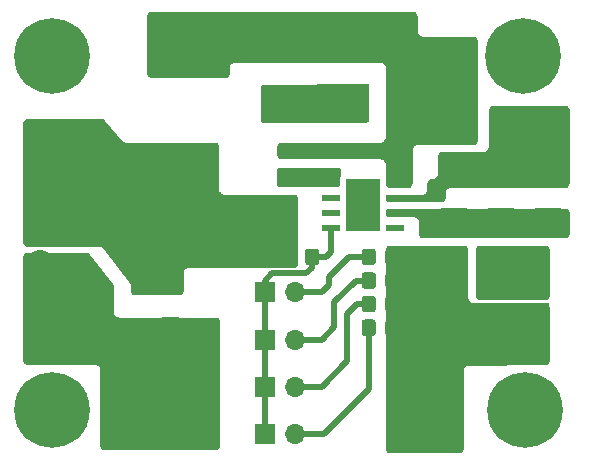
<source format=gtl>
G04 #@! TF.GenerationSoftware,KiCad,Pcbnew,(5.1.9)-1*
G04 #@! TF.CreationDate,2021-04-25T19:06:47+03:00*
G04 #@! TF.ProjectId,TPS5430_Board_Rev_1.0,54505335-3433-4305-9f42-6f6172645f52,rev?*
G04 #@! TF.SameCoordinates,Original*
G04 #@! TF.FileFunction,Copper,L1,Top*
G04 #@! TF.FilePolarity,Positive*
%FSLAX46Y46*%
G04 Gerber Fmt 4.6, Leading zero omitted, Abs format (unit mm)*
G04 Created by KiCad (PCBNEW (5.1.9)-1) date 2021-04-25 19:06:47*
%MOMM*%
%LPD*%
G01*
G04 APERTURE LIST*
G04 #@! TA.AperFunction,ComponentPad*
%ADD10C,0.600000*%
G04 #@! TD*
G04 #@! TA.AperFunction,SMDPad,CuDef*
%ADD11R,1.550000X0.600000*%
G04 #@! TD*
G04 #@! TA.AperFunction,SMDPad,CuDef*
%ADD12R,2.950000X4.500000*%
G04 #@! TD*
G04 #@! TA.AperFunction,SMDPad,CuDef*
%ADD13R,2.600000X3.100000*%
G04 #@! TD*
G04 #@! TA.AperFunction,ComponentPad*
%ADD14R,2.500000X2.500000*%
G04 #@! TD*
G04 #@! TA.AperFunction,SMDPad,CuDef*
%ADD15R,5.400000X4.900000*%
G04 #@! TD*
G04 #@! TA.AperFunction,ComponentPad*
%ADD16O,1.700000X1.700000*%
G04 #@! TD*
G04 #@! TA.AperFunction,ComponentPad*
%ADD17R,1.700000X1.700000*%
G04 #@! TD*
G04 #@! TA.AperFunction,ComponentPad*
%ADD18C,2.200000*%
G04 #@! TD*
G04 #@! TA.AperFunction,ComponentPad*
%ADD19R,2.200000X2.200000*%
G04 #@! TD*
G04 #@! TA.AperFunction,ComponentPad*
%ADD20C,0.800000*%
G04 #@! TD*
G04 #@! TA.AperFunction,ComponentPad*
%ADD21C,6.400000*%
G04 #@! TD*
G04 #@! TA.AperFunction,SMDPad,CuDef*
%ADD22R,4.500000X3.300000*%
G04 #@! TD*
G04 #@! TA.AperFunction,ViaPad*
%ADD23C,0.800000*%
G04 #@! TD*
G04 #@! TA.AperFunction,Conductor*
%ADD24C,0.600000*%
G04 #@! TD*
G04 #@! TA.AperFunction,Conductor*
%ADD25C,0.500000*%
G04 #@! TD*
G04 #@! TA.AperFunction,Conductor*
%ADD26C,0.254000*%
G04 #@! TD*
G04 #@! TA.AperFunction,Conductor*
%ADD27C,0.100000*%
G04 #@! TD*
G04 APERTURE END LIST*
D10*
X91900000Y-119435000D03*
X91900000Y-118335000D03*
X90700000Y-118335000D03*
X90700000Y-119435000D03*
X91900000Y-115835000D03*
X91900000Y-117035000D03*
X90700000Y-117035000D03*
X90700000Y-115835000D03*
D11*
X94000000Y-115730000D03*
X94000000Y-117000000D03*
X94000000Y-118270000D03*
X94000000Y-119540000D03*
X88600000Y-119540000D03*
X88600000Y-118270000D03*
X88600000Y-117000000D03*
X88600000Y-115730000D03*
D12*
X91300000Y-117635000D03*
D13*
X91300000Y-117635000D03*
D14*
X64000000Y-112000000D03*
X71000000Y-135000000D03*
X98000000Y-135000000D03*
X107000000Y-111000000D03*
G04 #@! TA.AperFunction,SMDPad,CuDef*
G36*
G01*
X93200000Y-128450001D02*
X93200000Y-127549999D01*
G75*
G02*
X93449999Y-127300000I249999J0D01*
G01*
X94150001Y-127300000D01*
G75*
G02*
X94400000Y-127549999I0J-249999D01*
G01*
X94400000Y-128450001D01*
G75*
G02*
X94150001Y-128700000I-249999J0D01*
G01*
X93449999Y-128700000D01*
G75*
G02*
X93200000Y-128450001I0J249999D01*
G01*
G37*
G04 #@! TD.AperFunction*
G04 #@! TA.AperFunction,SMDPad,CuDef*
G36*
G01*
X91200000Y-128450001D02*
X91200000Y-127549999D01*
G75*
G02*
X91449999Y-127300000I249999J0D01*
G01*
X92150001Y-127300000D01*
G75*
G02*
X92400000Y-127549999I0J-249999D01*
G01*
X92400000Y-128450001D01*
G75*
G02*
X92150001Y-128700000I-249999J0D01*
G01*
X91449999Y-128700000D01*
G75*
G02*
X91200000Y-128450001I0J249999D01*
G01*
G37*
G04 #@! TD.AperFunction*
G04 #@! TA.AperFunction,SMDPad,CuDef*
G36*
G01*
X93200000Y-126450001D02*
X93200000Y-125549999D01*
G75*
G02*
X93449999Y-125300000I249999J0D01*
G01*
X94150001Y-125300000D01*
G75*
G02*
X94400000Y-125549999I0J-249999D01*
G01*
X94400000Y-126450001D01*
G75*
G02*
X94150001Y-126700000I-249999J0D01*
G01*
X93449999Y-126700000D01*
G75*
G02*
X93200000Y-126450001I0J249999D01*
G01*
G37*
G04 #@! TD.AperFunction*
G04 #@! TA.AperFunction,SMDPad,CuDef*
G36*
G01*
X91200000Y-126450001D02*
X91200000Y-125549999D01*
G75*
G02*
X91449999Y-125300000I249999J0D01*
G01*
X92150001Y-125300000D01*
G75*
G02*
X92400000Y-125549999I0J-249999D01*
G01*
X92400000Y-126450001D01*
G75*
G02*
X92150001Y-126700000I-249999J0D01*
G01*
X91449999Y-126700000D01*
G75*
G02*
X91200000Y-126450001I0J249999D01*
G01*
G37*
G04 #@! TD.AperFunction*
G04 #@! TA.AperFunction,SMDPad,CuDef*
G36*
G01*
X93200000Y-124450001D02*
X93200000Y-123549999D01*
G75*
G02*
X93449999Y-123300000I249999J0D01*
G01*
X94150001Y-123300000D01*
G75*
G02*
X94400000Y-123549999I0J-249999D01*
G01*
X94400000Y-124450001D01*
G75*
G02*
X94150001Y-124700000I-249999J0D01*
G01*
X93449999Y-124700000D01*
G75*
G02*
X93200000Y-124450001I0J249999D01*
G01*
G37*
G04 #@! TD.AperFunction*
G04 #@! TA.AperFunction,SMDPad,CuDef*
G36*
G01*
X91200000Y-124450001D02*
X91200000Y-123549999D01*
G75*
G02*
X91449999Y-123300000I249999J0D01*
G01*
X92150001Y-123300000D01*
G75*
G02*
X92400000Y-123549999I0J-249999D01*
G01*
X92400000Y-124450001D01*
G75*
G02*
X92150001Y-124700000I-249999J0D01*
G01*
X91449999Y-124700000D01*
G75*
G02*
X91200000Y-124450001I0J249999D01*
G01*
G37*
G04 #@! TD.AperFunction*
G04 #@! TA.AperFunction,SMDPad,CuDef*
G36*
G01*
X93200000Y-122450001D02*
X93200000Y-121549999D01*
G75*
G02*
X93449999Y-121300000I249999J0D01*
G01*
X94150001Y-121300000D01*
G75*
G02*
X94400000Y-121549999I0J-249999D01*
G01*
X94400000Y-122450001D01*
G75*
G02*
X94150001Y-122700000I-249999J0D01*
G01*
X93449999Y-122700000D01*
G75*
G02*
X93200000Y-122450001I0J249999D01*
G01*
G37*
G04 #@! TD.AperFunction*
G04 #@! TA.AperFunction,SMDPad,CuDef*
G36*
G01*
X91200000Y-122450001D02*
X91200000Y-121549999D01*
G75*
G02*
X91449999Y-121300000I249999J0D01*
G01*
X92150001Y-121300000D01*
G75*
G02*
X92400000Y-121549999I0J-249999D01*
G01*
X92400000Y-122450001D01*
G75*
G02*
X92150001Y-122700000I-249999J0D01*
G01*
X91449999Y-122700000D01*
G75*
G02*
X91200000Y-122450001I0J249999D01*
G01*
G37*
G04 #@! TD.AperFunction*
G04 #@! TA.AperFunction,SMDPad,CuDef*
G36*
G01*
X86400000Y-122450001D02*
X86400000Y-121549999D01*
G75*
G02*
X86649999Y-121300000I249999J0D01*
G01*
X87350001Y-121300000D01*
G75*
G02*
X87600000Y-121549999I0J-249999D01*
G01*
X87600000Y-122450001D01*
G75*
G02*
X87350001Y-122700000I-249999J0D01*
G01*
X86649999Y-122700000D01*
G75*
G02*
X86400000Y-122450001I0J249999D01*
G01*
G37*
G04 #@! TD.AperFunction*
G04 #@! TA.AperFunction,SMDPad,CuDef*
G36*
G01*
X84400000Y-122450001D02*
X84400000Y-121549999D01*
G75*
G02*
X84649999Y-121300000I249999J0D01*
G01*
X85350001Y-121300000D01*
G75*
G02*
X85600000Y-121549999I0J-249999D01*
G01*
X85600000Y-122450001D01*
G75*
G02*
X85350001Y-122700000I-249999J0D01*
G01*
X84649999Y-122700000D01*
G75*
G02*
X84400000Y-122450001I0J249999D01*
G01*
G37*
G04 #@! TD.AperFunction*
D15*
X76000000Y-115900000D03*
X76000000Y-104100000D03*
D16*
X85540000Y-137000000D03*
D17*
X83000000Y-137000000D03*
D16*
X85540000Y-133000000D03*
D17*
X83000000Y-133000000D03*
D16*
X85540000Y-129000000D03*
D17*
X83000000Y-129000000D03*
D18*
X64000000Y-122540000D03*
D19*
X64000000Y-120000000D03*
D16*
X85540000Y-125000000D03*
D17*
X83000000Y-125000000D03*
D18*
X106000000Y-124460000D03*
D19*
X106000000Y-127000000D03*
D20*
X66697056Y-133302944D03*
X65000000Y-132600000D03*
X63302944Y-133302944D03*
X62600000Y-135000000D03*
X63302944Y-136697056D03*
X65000000Y-137400000D03*
X66697056Y-136697056D03*
X67400000Y-135000000D03*
D21*
X65000000Y-135000000D03*
D20*
X106597056Y-103302944D03*
X104900000Y-102600000D03*
X103202944Y-103302944D03*
X102500000Y-105000000D03*
X103202944Y-106697056D03*
X104900000Y-107400000D03*
X106597056Y-106697056D03*
X107300000Y-105000000D03*
D21*
X104900000Y-105000000D03*
D20*
X106697056Y-133302944D03*
X105000000Y-132600000D03*
X103302944Y-133302944D03*
X102600000Y-135000000D03*
X103302944Y-136697056D03*
X105000000Y-137400000D03*
X106697056Y-136697056D03*
X107400000Y-135000000D03*
D21*
X105000000Y-135000000D03*
D20*
X66697056Y-103302944D03*
X65000000Y-102600000D03*
X63302944Y-103302944D03*
X62600000Y-105000000D03*
X63302944Y-106697056D03*
X65000000Y-107400000D03*
X66697056Y-106697056D03*
X67400000Y-105000000D03*
D21*
X65000000Y-105000000D03*
D22*
X89600000Y-109000000D03*
X98400000Y-109000000D03*
G04 #@! TA.AperFunction,SMDPad,CuDef*
G36*
G01*
X105899997Y-117900000D02*
X108100003Y-117900000D01*
G75*
G02*
X108350000Y-118149997I0J-249997D01*
G01*
X108350000Y-118975003D01*
G75*
G02*
X108100003Y-119225000I-249997J0D01*
G01*
X105899997Y-119225000D01*
G75*
G02*
X105650000Y-118975003I0J249997D01*
G01*
X105650000Y-118149997D01*
G75*
G02*
X105899997Y-117900000I249997J0D01*
G01*
G37*
G04 #@! TD.AperFunction*
G04 #@! TA.AperFunction,SMDPad,CuDef*
G36*
G01*
X105899997Y-114775000D02*
X108100003Y-114775000D01*
G75*
G02*
X108350000Y-115024997I0J-249997D01*
G01*
X108350000Y-115850003D01*
G75*
G02*
X108100003Y-116100000I-249997J0D01*
G01*
X105899997Y-116100000D01*
G75*
G02*
X105650000Y-115850003I0J249997D01*
G01*
X105650000Y-115024997D01*
G75*
G02*
X105899997Y-114775000I249997J0D01*
G01*
G37*
G04 #@! TD.AperFunction*
G04 #@! TA.AperFunction,SMDPad,CuDef*
G36*
G01*
X74450000Y-127050000D02*
X75550000Y-127050000D01*
G75*
G02*
X75800000Y-127300000I0J-250000D01*
G01*
X75800000Y-130300000D01*
G75*
G02*
X75550000Y-130550000I-250000J0D01*
G01*
X74450000Y-130550000D01*
G75*
G02*
X74200000Y-130300000I0J250000D01*
G01*
X74200000Y-127300000D01*
G75*
G02*
X74450000Y-127050000I250000J0D01*
G01*
G37*
G04 #@! TD.AperFunction*
G04 #@! TA.AperFunction,SMDPad,CuDef*
G36*
G01*
X74450000Y-121450000D02*
X75550000Y-121450000D01*
G75*
G02*
X75800000Y-121700000I0J-250000D01*
G01*
X75800000Y-124700000D01*
G75*
G02*
X75550000Y-124950000I-250000J0D01*
G01*
X74450000Y-124950000D01*
G75*
G02*
X74200000Y-124700000I0J250000D01*
G01*
X74200000Y-121700000D01*
G75*
G02*
X74450000Y-121450000I250000J0D01*
G01*
G37*
G04 #@! TD.AperFunction*
G04 #@! TA.AperFunction,SMDPad,CuDef*
G36*
G01*
X84525000Y-114450000D02*
X85475000Y-114450000D01*
G75*
G02*
X85725000Y-114700000I0J-250000D01*
G01*
X85725000Y-115375000D01*
G75*
G02*
X85475000Y-115625000I-250000J0D01*
G01*
X84525000Y-115625000D01*
G75*
G02*
X84275000Y-115375000I0J250000D01*
G01*
X84275000Y-114700000D01*
G75*
G02*
X84525000Y-114450000I250000J0D01*
G01*
G37*
G04 #@! TD.AperFunction*
G04 #@! TA.AperFunction,SMDPad,CuDef*
G36*
G01*
X84525000Y-112375000D02*
X85475000Y-112375000D01*
G75*
G02*
X85725000Y-112625000I0J-250000D01*
G01*
X85725000Y-113300000D01*
G75*
G02*
X85475000Y-113550000I-250000J0D01*
G01*
X84525000Y-113550000D01*
G75*
G02*
X84275000Y-113300000I0J250000D01*
G01*
X84275000Y-112625000D01*
G75*
G02*
X84525000Y-112375000I250000J0D01*
G01*
G37*
G04 #@! TD.AperFunction*
G04 #@! TA.AperFunction,SMDPad,CuDef*
G36*
G01*
X101899997Y-117900000D02*
X104100003Y-117900000D01*
G75*
G02*
X104350000Y-118149997I0J-249997D01*
G01*
X104350000Y-118975003D01*
G75*
G02*
X104100003Y-119225000I-249997J0D01*
G01*
X101899997Y-119225000D01*
G75*
G02*
X101650000Y-118975003I0J249997D01*
G01*
X101650000Y-118149997D01*
G75*
G02*
X101899997Y-117900000I249997J0D01*
G01*
G37*
G04 #@! TD.AperFunction*
G04 #@! TA.AperFunction,SMDPad,CuDef*
G36*
G01*
X101899997Y-114775000D02*
X104100003Y-114775000D01*
G75*
G02*
X104350000Y-115024997I0J-249997D01*
G01*
X104350000Y-115850003D01*
G75*
G02*
X104100003Y-116100000I-249997J0D01*
G01*
X101899997Y-116100000D01*
G75*
G02*
X101650000Y-115850003I0J249997D01*
G01*
X101650000Y-115024997D01*
G75*
G02*
X101899997Y-114775000I249997J0D01*
G01*
G37*
G04 #@! TD.AperFunction*
G04 #@! TA.AperFunction,SMDPad,CuDef*
G36*
G01*
X97899997Y-117900000D02*
X100100003Y-117900000D01*
G75*
G02*
X100350000Y-118149997I0J-249997D01*
G01*
X100350000Y-118975003D01*
G75*
G02*
X100100003Y-119225000I-249997J0D01*
G01*
X97899997Y-119225000D01*
G75*
G02*
X97650000Y-118975003I0J249997D01*
G01*
X97650000Y-118149997D01*
G75*
G02*
X97899997Y-117900000I249997J0D01*
G01*
G37*
G04 #@! TD.AperFunction*
G04 #@! TA.AperFunction,SMDPad,CuDef*
G36*
G01*
X97899997Y-114775000D02*
X100100003Y-114775000D01*
G75*
G02*
X100350000Y-115024997I0J-249997D01*
G01*
X100350000Y-115850003D01*
G75*
G02*
X100100003Y-116100000I-249997J0D01*
G01*
X97899997Y-116100000D01*
G75*
G02*
X97650000Y-115850003I0J249997D01*
G01*
X97650000Y-115024997D01*
G75*
G02*
X97899997Y-114775000I249997J0D01*
G01*
G37*
G04 #@! TD.AperFunction*
D23*
X75000000Y-131600000D03*
X99500000Y-120000000D03*
X103400000Y-120000000D03*
X98500000Y-120000000D03*
X102400000Y-120000000D03*
X86200000Y-109700000D03*
X86200000Y-108300000D03*
X85000000Y-108300000D03*
X85000000Y-109700000D03*
X83800000Y-109700000D03*
X83800000Y-108300000D03*
X106400000Y-129000000D03*
X106400000Y-130400000D03*
X105400000Y-130400000D03*
X105400000Y-129000000D03*
X104400000Y-129000000D03*
X104400000Y-130400000D03*
X63200000Y-124800000D03*
X64200000Y-124800000D03*
X65200000Y-124800000D03*
X65200000Y-125800000D03*
X64200000Y-125800000D03*
X63200000Y-125800000D03*
X63200000Y-126800000D03*
X64200000Y-126800000D03*
X65200000Y-126800000D03*
X95800000Y-121600000D03*
X95800000Y-122600000D03*
X95800000Y-123600000D03*
X95800000Y-124600000D03*
X95800000Y-125600000D03*
X95800000Y-126600000D03*
X95800000Y-127600000D03*
X95800000Y-128600000D03*
X104400000Y-110200000D03*
X104400000Y-111200000D03*
X104400000Y-112200000D03*
X103200000Y-110200000D03*
X103200000Y-111200000D03*
X103200000Y-112200000D03*
X104000000Y-123000000D03*
X104000000Y-124000000D03*
X104000000Y-125000000D03*
X103000000Y-125000000D03*
X103000000Y-124000000D03*
X103000000Y-123000000D03*
X102000000Y-125000000D03*
X102000000Y-124000000D03*
X102000000Y-123000000D03*
X79700000Y-101700000D03*
X80800000Y-101700000D03*
X81900000Y-101700000D03*
X81900000Y-102800000D03*
X80800000Y-102800000D03*
X79700000Y-102800000D03*
X96500000Y-105000000D03*
X96500000Y-103900000D03*
X97700000Y-103900000D03*
X97700000Y-105000000D03*
X98900000Y-105000000D03*
X98900000Y-103900000D03*
X100100000Y-103900000D03*
X100100000Y-105000000D03*
X63200000Y-117800000D03*
X64200000Y-117800000D03*
X65200000Y-117800000D03*
X63200000Y-116600000D03*
X64200000Y-116600000D03*
X65200000Y-116600000D03*
X63200000Y-114200000D03*
X64200000Y-114200000D03*
X65200000Y-114200000D03*
X65200000Y-115400000D03*
X64200000Y-115400000D03*
X63200000Y-115400000D03*
X78400000Y-119400000D03*
X77300000Y-119400000D03*
X76200000Y-119400000D03*
X75100000Y-119400000D03*
X74000000Y-119400000D03*
X73300000Y-121700000D03*
X72300000Y-121700000D03*
X72300000Y-120600000D03*
X73300000Y-120600000D03*
D24*
X89600000Y-109000000D02*
X86300000Y-109000000D01*
X75000000Y-128800000D02*
X75000000Y-131600000D01*
D25*
X87800000Y-125000000D02*
X85540000Y-125000000D01*
X88400000Y-124400000D02*
X87800000Y-125000000D01*
X88400000Y-123700000D02*
X88400000Y-124400000D01*
X90100000Y-122000000D02*
X88400000Y-123700000D01*
X91800000Y-122000000D02*
X90100000Y-122000000D01*
X83000000Y-137000000D02*
X83000000Y-133000000D01*
X83000000Y-133000000D02*
X83000000Y-129000000D01*
X83000000Y-125000000D02*
X83000000Y-129000000D01*
X88600000Y-119540000D02*
X88600000Y-121600000D01*
X88200000Y-122000000D02*
X87000000Y-122000000D01*
X88600000Y-121600000D02*
X88200000Y-122000000D01*
X87000000Y-122900000D02*
X87000000Y-122000000D01*
X86500000Y-123400000D02*
X87000000Y-122900000D01*
X83600000Y-123400000D02*
X86500000Y-123400000D01*
X83000000Y-124000000D02*
X83600000Y-123400000D01*
X83000000Y-125000000D02*
X83000000Y-124000000D01*
X87800000Y-129000000D02*
X85540000Y-129000000D01*
X88900000Y-127900000D02*
X87800000Y-129000000D01*
X88900000Y-125800000D02*
X88900000Y-127900000D01*
X90700000Y-124000000D02*
X88900000Y-125800000D01*
X91800000Y-124000000D02*
X90700000Y-124000000D01*
X87800000Y-133000000D02*
X85540000Y-133000000D01*
X90000000Y-130800000D02*
X90000000Y-126800000D01*
X90000000Y-130800000D02*
X87800000Y-133000000D01*
X90800000Y-126000000D02*
X91800000Y-126000000D01*
X90000000Y-126800000D02*
X90800000Y-126000000D01*
X91800000Y-133200000D02*
X88000000Y-137000000D01*
X88000000Y-137000000D02*
X85540000Y-137000000D01*
X91800000Y-128000000D02*
X91800000Y-133200000D01*
D26*
X108483871Y-109341866D02*
X108559533Y-109380418D01*
X108619582Y-109440467D01*
X108658134Y-109516129D01*
X108673000Y-109609992D01*
X108673000Y-115690008D01*
X108658134Y-115783871D01*
X108619582Y-115859533D01*
X108559533Y-115919582D01*
X108483871Y-115958134D01*
X108390008Y-115973000D01*
X98700000Y-115973000D01*
X98680133Y-115974564D01*
X98556526Y-115994141D01*
X98532437Y-116000427D01*
X98518736Y-116006419D01*
X98407229Y-116063235D01*
X98386261Y-116076658D01*
X98375083Y-116086590D01*
X98286590Y-116175083D01*
X98270796Y-116194329D01*
X98263235Y-116207229D01*
X98206419Y-116318736D01*
X98197345Y-116341920D01*
X98194141Y-116356526D01*
X98174564Y-116480133D01*
X98173000Y-116500000D01*
X98173000Y-116890008D01*
X98158134Y-116983871D01*
X98119582Y-117059533D01*
X98059533Y-117119582D01*
X97983871Y-117158134D01*
X97890008Y-117173000D01*
X93512509Y-117173000D01*
X93434749Y-117157533D01*
X93379430Y-117120570D01*
X93342467Y-117065251D01*
X93329488Y-117000000D01*
X93342467Y-116934749D01*
X93379430Y-116879430D01*
X93434749Y-116842467D01*
X93512509Y-116827000D01*
X96300000Y-116827000D01*
X96319867Y-116825436D01*
X96443474Y-116805859D01*
X96467563Y-116799573D01*
X96481264Y-116793581D01*
X96592771Y-116736765D01*
X96613739Y-116723342D01*
X96624917Y-116713410D01*
X96713410Y-116624917D01*
X96729204Y-116605671D01*
X96736765Y-116592771D01*
X96793581Y-116481264D01*
X96802655Y-116458080D01*
X96805859Y-116443474D01*
X96825436Y-116319867D01*
X96827000Y-116300000D01*
X96827000Y-115809992D01*
X96841866Y-115716129D01*
X96880418Y-115640467D01*
X96940467Y-115580418D01*
X97016129Y-115541866D01*
X97109992Y-115527000D01*
X97200000Y-115527000D01*
X97219867Y-115525436D01*
X97343474Y-115505859D01*
X97367563Y-115499573D01*
X97381264Y-115493581D01*
X97492771Y-115436765D01*
X97513739Y-115423342D01*
X97524917Y-115413410D01*
X97613410Y-115324917D01*
X97629204Y-115305671D01*
X97636765Y-115292771D01*
X97693581Y-115181264D01*
X97702655Y-115158080D01*
X97705859Y-115143474D01*
X97725436Y-115019867D01*
X97727000Y-115000000D01*
X97727000Y-113509992D01*
X97741866Y-113416129D01*
X97780418Y-113340467D01*
X97840467Y-113280418D01*
X97916129Y-113241866D01*
X98009992Y-113227000D01*
X101500000Y-113227000D01*
X101519867Y-113225436D01*
X101643474Y-113205859D01*
X101667563Y-113199573D01*
X101681264Y-113193581D01*
X101792771Y-113136765D01*
X101813739Y-113123342D01*
X101824917Y-113113410D01*
X101913410Y-113024917D01*
X101929204Y-113005671D01*
X101936765Y-112992771D01*
X101993581Y-112881264D01*
X102002655Y-112858080D01*
X102005859Y-112843474D01*
X102025436Y-112719867D01*
X102027000Y-112700000D01*
X102027000Y-109609992D01*
X102041866Y-109516129D01*
X102080418Y-109440467D01*
X102140467Y-109380418D01*
X102216129Y-109341866D01*
X102309992Y-109327000D01*
X108390008Y-109327000D01*
X108483871Y-109341866D01*
G04 #@! TA.AperFunction,Conductor*
D27*
G36*
X108483871Y-109341866D02*
G01*
X108559533Y-109380418D01*
X108619582Y-109440467D01*
X108658134Y-109516129D01*
X108673000Y-109609992D01*
X108673000Y-115690008D01*
X108658134Y-115783871D01*
X108619582Y-115859533D01*
X108559533Y-115919582D01*
X108483871Y-115958134D01*
X108390008Y-115973000D01*
X98700000Y-115973000D01*
X98680133Y-115974564D01*
X98556526Y-115994141D01*
X98532437Y-116000427D01*
X98518736Y-116006419D01*
X98407229Y-116063235D01*
X98386261Y-116076658D01*
X98375083Y-116086590D01*
X98286590Y-116175083D01*
X98270796Y-116194329D01*
X98263235Y-116207229D01*
X98206419Y-116318736D01*
X98197345Y-116341920D01*
X98194141Y-116356526D01*
X98174564Y-116480133D01*
X98173000Y-116500000D01*
X98173000Y-116890008D01*
X98158134Y-116983871D01*
X98119582Y-117059533D01*
X98059533Y-117119582D01*
X97983871Y-117158134D01*
X97890008Y-117173000D01*
X93512509Y-117173000D01*
X93434749Y-117157533D01*
X93379430Y-117120570D01*
X93342467Y-117065251D01*
X93329488Y-117000000D01*
X93342467Y-116934749D01*
X93379430Y-116879430D01*
X93434749Y-116842467D01*
X93512509Y-116827000D01*
X96300000Y-116827000D01*
X96319867Y-116825436D01*
X96443474Y-116805859D01*
X96467563Y-116799573D01*
X96481264Y-116793581D01*
X96592771Y-116736765D01*
X96613739Y-116723342D01*
X96624917Y-116713410D01*
X96713410Y-116624917D01*
X96729204Y-116605671D01*
X96736765Y-116592771D01*
X96793581Y-116481264D01*
X96802655Y-116458080D01*
X96805859Y-116443474D01*
X96825436Y-116319867D01*
X96827000Y-116300000D01*
X96827000Y-115809992D01*
X96841866Y-115716129D01*
X96880418Y-115640467D01*
X96940467Y-115580418D01*
X97016129Y-115541866D01*
X97109992Y-115527000D01*
X97200000Y-115527000D01*
X97219867Y-115525436D01*
X97343474Y-115505859D01*
X97367563Y-115499573D01*
X97381264Y-115493581D01*
X97492771Y-115436765D01*
X97513739Y-115423342D01*
X97524917Y-115413410D01*
X97613410Y-115324917D01*
X97629204Y-115305671D01*
X97636765Y-115292771D01*
X97693581Y-115181264D01*
X97702655Y-115158080D01*
X97705859Y-115143474D01*
X97725436Y-115019867D01*
X97727000Y-115000000D01*
X97727000Y-113509992D01*
X97741866Y-113416129D01*
X97780418Y-113340467D01*
X97840467Y-113280418D01*
X97916129Y-113241866D01*
X98009992Y-113227000D01*
X101500000Y-113227000D01*
X101519867Y-113225436D01*
X101643474Y-113205859D01*
X101667563Y-113199573D01*
X101681264Y-113193581D01*
X101792771Y-113136765D01*
X101813739Y-113123342D01*
X101824917Y-113113410D01*
X101913410Y-113024917D01*
X101929204Y-113005671D01*
X101936765Y-112992771D01*
X101993581Y-112881264D01*
X102002655Y-112858080D01*
X102005859Y-112843474D01*
X102025436Y-112719867D01*
X102027000Y-112700000D01*
X102027000Y-109609992D01*
X102041866Y-109516129D01*
X102080418Y-109440467D01*
X102140467Y-109380418D01*
X102216129Y-109341866D01*
X102309992Y-109327000D01*
X108390008Y-109327000D01*
X108483871Y-109341866D01*
G37*
G04 #@! TD.AperFunction*
D26*
X95583871Y-101341866D02*
X95659533Y-101380418D01*
X95719582Y-101440467D01*
X95758134Y-101516129D01*
X95773000Y-101609992D01*
X95773000Y-102900000D01*
X95774564Y-102919867D01*
X95794141Y-103043474D01*
X95800427Y-103067563D01*
X95806419Y-103081264D01*
X95863235Y-103192771D01*
X95876658Y-103213739D01*
X95886590Y-103224917D01*
X95975083Y-103313410D01*
X95994329Y-103329204D01*
X96007229Y-103336765D01*
X96118736Y-103393581D01*
X96141920Y-103402655D01*
X96156526Y-103405859D01*
X96280133Y-103425436D01*
X96300000Y-103427000D01*
X100590008Y-103427000D01*
X100683871Y-103441866D01*
X100759533Y-103480418D01*
X100819582Y-103540467D01*
X100858134Y-103616129D01*
X100873000Y-103709992D01*
X100873000Y-112090008D01*
X100858134Y-112183871D01*
X100819582Y-112259533D01*
X100759533Y-112319582D01*
X100683871Y-112358134D01*
X100590008Y-112373000D01*
X95900000Y-112373000D01*
X95880133Y-112374564D01*
X95756526Y-112394141D01*
X95732437Y-112400427D01*
X95718736Y-112406419D01*
X95607229Y-112463235D01*
X95586261Y-112476658D01*
X95575083Y-112486590D01*
X95486590Y-112575083D01*
X95470796Y-112594329D01*
X95463235Y-112607229D01*
X95406419Y-112718736D01*
X95397345Y-112741920D01*
X95394141Y-112756526D01*
X95374564Y-112880133D01*
X95373000Y-112900000D01*
X95373000Y-115690008D01*
X95358134Y-115783871D01*
X95319582Y-115859533D01*
X95259533Y-115919582D01*
X95183871Y-115958134D01*
X95090008Y-115973000D01*
X93609992Y-115973000D01*
X93516129Y-115958134D01*
X93440467Y-115919582D01*
X93380418Y-115859533D01*
X93341866Y-115783871D01*
X93327000Y-115690008D01*
X93327000Y-114100000D01*
X93325436Y-114080133D01*
X93305859Y-113956526D01*
X93299573Y-113932437D01*
X93293581Y-113918736D01*
X93236765Y-113807229D01*
X93223342Y-113786261D01*
X93213410Y-113775083D01*
X93124917Y-113686590D01*
X93105671Y-113670796D01*
X93092771Y-113663235D01*
X92981264Y-113606419D01*
X92958080Y-113597345D01*
X92943474Y-113594141D01*
X92819867Y-113574564D01*
X92800000Y-113573000D01*
X84404818Y-113573000D01*
X84309922Y-113557797D01*
X84233630Y-113518407D01*
X84173458Y-113457151D01*
X84135436Y-113380166D01*
X84121930Y-113285022D01*
X84132289Y-112705003D01*
X84148478Y-112612438D01*
X84187533Y-112538100D01*
X84247438Y-112479256D01*
X84322459Y-112441535D01*
X84415304Y-112427000D01*
X92800000Y-112427000D01*
X92819867Y-112425436D01*
X92943474Y-112405859D01*
X92967563Y-112399573D01*
X92981264Y-112393581D01*
X93092771Y-112336765D01*
X93113739Y-112323342D01*
X93124917Y-112313410D01*
X93213410Y-112224917D01*
X93229204Y-112205671D01*
X93236765Y-112192771D01*
X93293581Y-112081264D01*
X93302655Y-112058080D01*
X93305859Y-112043474D01*
X93325436Y-111919867D01*
X93327000Y-111900000D01*
X93327000Y-105900000D01*
X93325436Y-105880133D01*
X93305859Y-105756526D01*
X93299573Y-105732437D01*
X93293581Y-105718736D01*
X93236765Y-105607229D01*
X93223342Y-105586261D01*
X93213410Y-105575083D01*
X93124917Y-105486590D01*
X93105671Y-105470796D01*
X93092771Y-105463235D01*
X92981264Y-105406419D01*
X92958080Y-105397345D01*
X92943474Y-105394141D01*
X92819867Y-105374564D01*
X92800000Y-105373000D01*
X80400000Y-105373000D01*
X80380133Y-105374564D01*
X80256526Y-105394141D01*
X80232437Y-105400427D01*
X80218736Y-105406419D01*
X80107229Y-105463235D01*
X80086261Y-105476658D01*
X80075083Y-105486590D01*
X79986590Y-105575083D01*
X79970796Y-105594329D01*
X79963235Y-105607229D01*
X79906419Y-105718736D01*
X79897345Y-105741920D01*
X79894141Y-105756526D01*
X79874564Y-105880133D01*
X79873000Y-105900000D01*
X79873000Y-106390008D01*
X79858134Y-106483871D01*
X79819582Y-106559533D01*
X79759533Y-106619582D01*
X79683871Y-106658134D01*
X79590008Y-106673000D01*
X73409992Y-106673000D01*
X73316129Y-106658134D01*
X73240467Y-106619582D01*
X73180418Y-106559533D01*
X73141866Y-106483871D01*
X73127000Y-106390008D01*
X73127000Y-101609992D01*
X73141866Y-101516129D01*
X73180418Y-101440467D01*
X73240467Y-101380418D01*
X73316129Y-101341866D01*
X73409992Y-101327000D01*
X95490008Y-101327000D01*
X95583871Y-101341866D01*
G04 #@! TA.AperFunction,Conductor*
D27*
G36*
X95583871Y-101341866D02*
G01*
X95659533Y-101380418D01*
X95719582Y-101440467D01*
X95758134Y-101516129D01*
X95773000Y-101609992D01*
X95773000Y-102900000D01*
X95774564Y-102919867D01*
X95794141Y-103043474D01*
X95800427Y-103067563D01*
X95806419Y-103081264D01*
X95863235Y-103192771D01*
X95876658Y-103213739D01*
X95886590Y-103224917D01*
X95975083Y-103313410D01*
X95994329Y-103329204D01*
X96007229Y-103336765D01*
X96118736Y-103393581D01*
X96141920Y-103402655D01*
X96156526Y-103405859D01*
X96280133Y-103425436D01*
X96300000Y-103427000D01*
X100590008Y-103427000D01*
X100683871Y-103441866D01*
X100759533Y-103480418D01*
X100819582Y-103540467D01*
X100858134Y-103616129D01*
X100873000Y-103709992D01*
X100873000Y-112090008D01*
X100858134Y-112183871D01*
X100819582Y-112259533D01*
X100759533Y-112319582D01*
X100683871Y-112358134D01*
X100590008Y-112373000D01*
X95900000Y-112373000D01*
X95880133Y-112374564D01*
X95756526Y-112394141D01*
X95732437Y-112400427D01*
X95718736Y-112406419D01*
X95607229Y-112463235D01*
X95586261Y-112476658D01*
X95575083Y-112486590D01*
X95486590Y-112575083D01*
X95470796Y-112594329D01*
X95463235Y-112607229D01*
X95406419Y-112718736D01*
X95397345Y-112741920D01*
X95394141Y-112756526D01*
X95374564Y-112880133D01*
X95373000Y-112900000D01*
X95373000Y-115690008D01*
X95358134Y-115783871D01*
X95319582Y-115859533D01*
X95259533Y-115919582D01*
X95183871Y-115958134D01*
X95090008Y-115973000D01*
X93609992Y-115973000D01*
X93516129Y-115958134D01*
X93440467Y-115919582D01*
X93380418Y-115859533D01*
X93341866Y-115783871D01*
X93327000Y-115690008D01*
X93327000Y-114100000D01*
X93325436Y-114080133D01*
X93305859Y-113956526D01*
X93299573Y-113932437D01*
X93293581Y-113918736D01*
X93236765Y-113807229D01*
X93223342Y-113786261D01*
X93213410Y-113775083D01*
X93124917Y-113686590D01*
X93105671Y-113670796D01*
X93092771Y-113663235D01*
X92981264Y-113606419D01*
X92958080Y-113597345D01*
X92943474Y-113594141D01*
X92819867Y-113574564D01*
X92800000Y-113573000D01*
X84404818Y-113573000D01*
X84309922Y-113557797D01*
X84233630Y-113518407D01*
X84173458Y-113457151D01*
X84135436Y-113380166D01*
X84121930Y-113285022D01*
X84132289Y-112705003D01*
X84148478Y-112612438D01*
X84187533Y-112538100D01*
X84247438Y-112479256D01*
X84322459Y-112441535D01*
X84415304Y-112427000D01*
X92800000Y-112427000D01*
X92819867Y-112425436D01*
X92943474Y-112405859D01*
X92967563Y-112399573D01*
X92981264Y-112393581D01*
X93092771Y-112336765D01*
X93113739Y-112323342D01*
X93124917Y-112313410D01*
X93213410Y-112224917D01*
X93229204Y-112205671D01*
X93236765Y-112192771D01*
X93293581Y-112081264D01*
X93302655Y-112058080D01*
X93305859Y-112043474D01*
X93325436Y-111919867D01*
X93327000Y-111900000D01*
X93327000Y-105900000D01*
X93325436Y-105880133D01*
X93305859Y-105756526D01*
X93299573Y-105732437D01*
X93293581Y-105718736D01*
X93236765Y-105607229D01*
X93223342Y-105586261D01*
X93213410Y-105575083D01*
X93124917Y-105486590D01*
X93105671Y-105470796D01*
X93092771Y-105463235D01*
X92981264Y-105406419D01*
X92958080Y-105397345D01*
X92943474Y-105394141D01*
X92819867Y-105374564D01*
X92800000Y-105373000D01*
X80400000Y-105373000D01*
X80380133Y-105374564D01*
X80256526Y-105394141D01*
X80232437Y-105400427D01*
X80218736Y-105406419D01*
X80107229Y-105463235D01*
X80086261Y-105476658D01*
X80075083Y-105486590D01*
X79986590Y-105575083D01*
X79970796Y-105594329D01*
X79963235Y-105607229D01*
X79906419Y-105718736D01*
X79897345Y-105741920D01*
X79894141Y-105756526D01*
X79874564Y-105880133D01*
X79873000Y-105900000D01*
X79873000Y-106390008D01*
X79858134Y-106483871D01*
X79819582Y-106559533D01*
X79759533Y-106619582D01*
X79683871Y-106658134D01*
X79590008Y-106673000D01*
X73409992Y-106673000D01*
X73316129Y-106658134D01*
X73240467Y-106619582D01*
X73180418Y-106559533D01*
X73141866Y-106483871D01*
X73127000Y-106390008D01*
X73127000Y-101609992D01*
X73141866Y-101516129D01*
X73180418Y-101440467D01*
X73240467Y-101380418D01*
X73316129Y-101341866D01*
X73409992Y-101327000D01*
X95490008Y-101327000D01*
X95583871Y-101341866D01*
G37*
G04 #@! TD.AperFunction*
D26*
X89273000Y-115087631D02*
X89242925Y-115143897D01*
X89207073Y-115262087D01*
X89194967Y-115385000D01*
X89194967Y-115873000D01*
X84127000Y-115873000D01*
X84127000Y-114527000D01*
X89273000Y-114527000D01*
X89273000Y-115087631D01*
G04 #@! TA.AperFunction,Conductor*
D27*
G36*
X89273000Y-115087631D02*
G01*
X89242925Y-115143897D01*
X89207073Y-115262087D01*
X89194967Y-115385000D01*
X89194967Y-115873000D01*
X84127000Y-115873000D01*
X84127000Y-114527000D01*
X89273000Y-114527000D01*
X89273000Y-115087631D01*
G37*
G04 #@! TD.AperFunction*
D26*
X69192385Y-110439583D02*
X69263340Y-110472396D01*
X69328986Y-110530195D01*
X70783434Y-112241310D01*
X70796275Y-112254378D01*
X70882667Y-112330443D01*
X70913286Y-112350395D01*
X71017762Y-112398709D01*
X71052795Y-112409116D01*
X71166703Y-112425678D01*
X71184976Y-112427000D01*
X78690008Y-112427000D01*
X78783871Y-112441866D01*
X78859533Y-112480418D01*
X78919582Y-112540467D01*
X78958134Y-112616129D01*
X78973000Y-112709992D01*
X78973000Y-116300000D01*
X78974564Y-116319867D01*
X78994141Y-116443474D01*
X79000427Y-116467563D01*
X79006419Y-116481264D01*
X79063235Y-116592771D01*
X79076658Y-116613739D01*
X79086590Y-116624917D01*
X79175083Y-116713410D01*
X79194329Y-116729204D01*
X79207229Y-116736765D01*
X79318736Y-116793581D01*
X79341920Y-116802655D01*
X79356526Y-116805859D01*
X79480133Y-116825436D01*
X79500000Y-116827000D01*
X85390008Y-116827000D01*
X85483871Y-116841866D01*
X85559533Y-116880418D01*
X85619582Y-116940467D01*
X85658134Y-117016129D01*
X85673000Y-117109992D01*
X85673000Y-122490008D01*
X85658134Y-122583871D01*
X85619582Y-122659533D01*
X85559533Y-122719582D01*
X85483871Y-122758134D01*
X85390008Y-122773000D01*
X76500000Y-122773000D01*
X76480133Y-122774564D01*
X76356526Y-122794141D01*
X76332437Y-122800427D01*
X76318736Y-122806419D01*
X76207229Y-122863235D01*
X76186261Y-122876658D01*
X76175083Y-122886590D01*
X76086590Y-122975083D01*
X76070796Y-122994329D01*
X76063235Y-123007229D01*
X76006419Y-123118736D01*
X75997345Y-123141920D01*
X75994141Y-123156526D01*
X75974564Y-123280133D01*
X75973000Y-123300000D01*
X75973000Y-124790008D01*
X75958134Y-124883871D01*
X75919582Y-124959533D01*
X75859533Y-125019582D01*
X75783871Y-125058134D01*
X75690008Y-125073000D01*
X72009992Y-125073000D01*
X71916129Y-125058134D01*
X71840467Y-125019582D01*
X71780418Y-124959533D01*
X71741866Y-124883871D01*
X71727000Y-124790008D01*
X71727000Y-124336743D01*
X71725281Y-124315920D01*
X71703775Y-124186529D01*
X71697306Y-124162488D01*
X71690304Y-124147123D01*
X71628099Y-124031645D01*
X71616711Y-124014128D01*
X69420523Y-121177385D01*
X69407593Y-121163076D01*
X69319792Y-121079627D01*
X69300152Y-121064327D01*
X69288226Y-121057659D01*
X69179472Y-121004318D01*
X69156152Y-120995598D01*
X69142776Y-120992805D01*
X69023042Y-120974464D01*
X69003812Y-120973000D01*
X62909992Y-120973000D01*
X62816129Y-120958134D01*
X62740467Y-120919582D01*
X62680418Y-120859533D01*
X62641866Y-120783871D01*
X62627000Y-120690008D01*
X62627000Y-110709992D01*
X62641866Y-110616129D01*
X62680418Y-110540467D01*
X62740467Y-110480418D01*
X62816129Y-110441866D01*
X62909992Y-110427000D01*
X69105843Y-110427000D01*
X69192385Y-110439583D01*
G04 #@! TA.AperFunction,Conductor*
D27*
G36*
X69192385Y-110439583D02*
G01*
X69263340Y-110472396D01*
X69328986Y-110530195D01*
X70783434Y-112241310D01*
X70796275Y-112254378D01*
X70882667Y-112330443D01*
X70913286Y-112350395D01*
X71017762Y-112398709D01*
X71052795Y-112409116D01*
X71166703Y-112425678D01*
X71184976Y-112427000D01*
X78690008Y-112427000D01*
X78783871Y-112441866D01*
X78859533Y-112480418D01*
X78919582Y-112540467D01*
X78958134Y-112616129D01*
X78973000Y-112709992D01*
X78973000Y-116300000D01*
X78974564Y-116319867D01*
X78994141Y-116443474D01*
X79000427Y-116467563D01*
X79006419Y-116481264D01*
X79063235Y-116592771D01*
X79076658Y-116613739D01*
X79086590Y-116624917D01*
X79175083Y-116713410D01*
X79194329Y-116729204D01*
X79207229Y-116736765D01*
X79318736Y-116793581D01*
X79341920Y-116802655D01*
X79356526Y-116805859D01*
X79480133Y-116825436D01*
X79500000Y-116827000D01*
X85390008Y-116827000D01*
X85483871Y-116841866D01*
X85559533Y-116880418D01*
X85619582Y-116940467D01*
X85658134Y-117016129D01*
X85673000Y-117109992D01*
X85673000Y-122490008D01*
X85658134Y-122583871D01*
X85619582Y-122659533D01*
X85559533Y-122719582D01*
X85483871Y-122758134D01*
X85390008Y-122773000D01*
X76500000Y-122773000D01*
X76480133Y-122774564D01*
X76356526Y-122794141D01*
X76332437Y-122800427D01*
X76318736Y-122806419D01*
X76207229Y-122863235D01*
X76186261Y-122876658D01*
X76175083Y-122886590D01*
X76086590Y-122975083D01*
X76070796Y-122994329D01*
X76063235Y-123007229D01*
X76006419Y-123118736D01*
X75997345Y-123141920D01*
X75994141Y-123156526D01*
X75974564Y-123280133D01*
X75973000Y-123300000D01*
X75973000Y-124790008D01*
X75958134Y-124883871D01*
X75919582Y-124959533D01*
X75859533Y-125019582D01*
X75783871Y-125058134D01*
X75690008Y-125073000D01*
X72009992Y-125073000D01*
X71916129Y-125058134D01*
X71840467Y-125019582D01*
X71780418Y-124959533D01*
X71741866Y-124883871D01*
X71727000Y-124790008D01*
X71727000Y-124336743D01*
X71725281Y-124315920D01*
X71703775Y-124186529D01*
X71697306Y-124162488D01*
X71690304Y-124147123D01*
X71628099Y-124031645D01*
X71616711Y-124014128D01*
X69420523Y-121177385D01*
X69407593Y-121163076D01*
X69319792Y-121079627D01*
X69300152Y-121064327D01*
X69288226Y-121057659D01*
X69179472Y-121004318D01*
X69156152Y-120995598D01*
X69142776Y-120992805D01*
X69023042Y-120974464D01*
X69003812Y-120973000D01*
X62909992Y-120973000D01*
X62816129Y-120958134D01*
X62740467Y-120919582D01*
X62680418Y-120859533D01*
X62641866Y-120783871D01*
X62627000Y-120690008D01*
X62627000Y-110709992D01*
X62641866Y-110616129D01*
X62680418Y-110540467D01*
X62740467Y-110480418D01*
X62816129Y-110441866D01*
X62909992Y-110427000D01*
X69105843Y-110427000D01*
X69192385Y-110439583D01*
G37*
G04 #@! TD.AperFunction*
D26*
X99883871Y-121141866D02*
X99959533Y-121180418D01*
X100019582Y-121240467D01*
X100058134Y-121316129D01*
X100073000Y-121409992D01*
X100073000Y-125500000D01*
X100074564Y-125519867D01*
X100094141Y-125643474D01*
X100100427Y-125667563D01*
X100106419Y-125681264D01*
X100163235Y-125792771D01*
X100176658Y-125813739D01*
X100186590Y-125824917D01*
X100275083Y-125913410D01*
X100294329Y-125929204D01*
X100307229Y-125936765D01*
X100418736Y-125993581D01*
X100441920Y-126002655D01*
X100456526Y-126005859D01*
X100580133Y-126025436D01*
X100600000Y-126027000D01*
X105270206Y-126027000D01*
X105496253Y-126120632D01*
X105829905Y-126187000D01*
X106170095Y-126187000D01*
X106503747Y-126120632D01*
X106718789Y-126031558D01*
X106783871Y-126041866D01*
X106859533Y-126080418D01*
X106919582Y-126140467D01*
X106958134Y-126216129D01*
X106973000Y-126309992D01*
X106973000Y-130695532D01*
X106958388Y-130788615D01*
X106920473Y-130863788D01*
X106861351Y-130923726D01*
X106786705Y-130962666D01*
X106693832Y-130978552D01*
X100192781Y-131067608D01*
X100173109Y-131069414D01*
X100050820Y-131090331D01*
X100026810Y-131096914D01*
X100013493Y-131102913D01*
X99903495Y-131160295D01*
X99882656Y-131173918D01*
X99871818Y-131183710D01*
X99784694Y-131272036D01*
X99769032Y-131291389D01*
X99761716Y-131304029D01*
X99705846Y-131414802D01*
X99696868Y-131438023D01*
X99693776Y-131452299D01*
X99674536Y-131574863D01*
X99673000Y-131594558D01*
X99673000Y-138190008D01*
X99658134Y-138283871D01*
X99619582Y-138359533D01*
X99559533Y-138419582D01*
X99483871Y-138458134D01*
X99390008Y-138473000D01*
X93609992Y-138473000D01*
X93516129Y-138458134D01*
X93440467Y-138419582D01*
X93380418Y-138359533D01*
X93341866Y-138283871D01*
X93327000Y-138190008D01*
X93327000Y-121409992D01*
X93341866Y-121316129D01*
X93380418Y-121240467D01*
X93440467Y-121180418D01*
X93516129Y-121141866D01*
X93609992Y-121127000D01*
X99790008Y-121127000D01*
X99883871Y-121141866D01*
G04 #@! TA.AperFunction,Conductor*
D27*
G36*
X99883871Y-121141866D02*
G01*
X99959533Y-121180418D01*
X100019582Y-121240467D01*
X100058134Y-121316129D01*
X100073000Y-121409992D01*
X100073000Y-125500000D01*
X100074564Y-125519867D01*
X100094141Y-125643474D01*
X100100427Y-125667563D01*
X100106419Y-125681264D01*
X100163235Y-125792771D01*
X100176658Y-125813739D01*
X100186590Y-125824917D01*
X100275083Y-125913410D01*
X100294329Y-125929204D01*
X100307229Y-125936765D01*
X100418736Y-125993581D01*
X100441920Y-126002655D01*
X100456526Y-126005859D01*
X100580133Y-126025436D01*
X100600000Y-126027000D01*
X105270206Y-126027000D01*
X105496253Y-126120632D01*
X105829905Y-126187000D01*
X106170095Y-126187000D01*
X106503747Y-126120632D01*
X106718789Y-126031558D01*
X106783871Y-126041866D01*
X106859533Y-126080418D01*
X106919582Y-126140467D01*
X106958134Y-126216129D01*
X106973000Y-126309992D01*
X106973000Y-130695532D01*
X106958388Y-130788615D01*
X106920473Y-130863788D01*
X106861351Y-130923726D01*
X106786705Y-130962666D01*
X106693832Y-130978552D01*
X100192781Y-131067608D01*
X100173109Y-131069414D01*
X100050820Y-131090331D01*
X100026810Y-131096914D01*
X100013493Y-131102913D01*
X99903495Y-131160295D01*
X99882656Y-131173918D01*
X99871818Y-131183710D01*
X99784694Y-131272036D01*
X99769032Y-131291389D01*
X99761716Y-131304029D01*
X99705846Y-131414802D01*
X99696868Y-131438023D01*
X99693776Y-131452299D01*
X99674536Y-131574863D01*
X99673000Y-131594558D01*
X99673000Y-138190008D01*
X99658134Y-138283871D01*
X99619582Y-138359533D01*
X99559533Y-138419582D01*
X99483871Y-138458134D01*
X99390008Y-138473000D01*
X93609992Y-138473000D01*
X93516129Y-138458134D01*
X93440467Y-138419582D01*
X93380418Y-138359533D01*
X93341866Y-138283871D01*
X93327000Y-138190008D01*
X93327000Y-121409992D01*
X93341866Y-121316129D01*
X93380418Y-121240467D01*
X93440467Y-121180418D01*
X93516129Y-121141866D01*
X93609992Y-121127000D01*
X99790008Y-121127000D01*
X99883871Y-121141866D01*
G37*
G04 #@! TD.AperFunction*
D26*
X67889099Y-121740189D02*
X67961374Y-121774528D01*
X68027535Y-121834846D01*
X70004764Y-124261446D01*
X70055434Y-124351443D01*
X70073000Y-124453208D01*
X70073000Y-126700000D01*
X70074564Y-126719867D01*
X70094141Y-126843474D01*
X70100427Y-126867563D01*
X70106419Y-126881264D01*
X70163235Y-126992771D01*
X70176658Y-127013739D01*
X70186590Y-127024917D01*
X70275083Y-127113410D01*
X70294329Y-127129204D01*
X70307229Y-127136765D01*
X70418736Y-127193581D01*
X70441920Y-127202655D01*
X70456526Y-127205859D01*
X70580133Y-127225436D01*
X70600000Y-127227000D01*
X78790008Y-127227000D01*
X78883871Y-127241866D01*
X78959533Y-127280418D01*
X79019582Y-127340467D01*
X79058134Y-127416129D01*
X79073000Y-127509992D01*
X79073000Y-137890008D01*
X79058134Y-137983871D01*
X79019582Y-138059533D01*
X78959533Y-138119582D01*
X78883871Y-138158134D01*
X78790008Y-138173000D01*
X69409992Y-138173000D01*
X69316129Y-138158134D01*
X69240467Y-138119582D01*
X69180418Y-138059533D01*
X69141866Y-137983871D01*
X69127000Y-137890008D01*
X69127000Y-131500000D01*
X69125436Y-131480133D01*
X69105859Y-131356526D01*
X69099573Y-131332437D01*
X69093581Y-131318736D01*
X69036765Y-131207229D01*
X69023342Y-131186261D01*
X69013410Y-131175083D01*
X68924917Y-131086590D01*
X68905671Y-131070796D01*
X68892771Y-131063235D01*
X68781264Y-131006419D01*
X68758080Y-130997345D01*
X68743474Y-130994141D01*
X68619867Y-130974564D01*
X68600000Y-130973000D01*
X62909992Y-130973000D01*
X62816129Y-130958134D01*
X62740467Y-130919582D01*
X62680418Y-130859533D01*
X62641866Y-130783871D01*
X62627000Y-130690008D01*
X62627000Y-122706198D01*
X62637000Y-122655924D01*
X62637000Y-122424076D01*
X62627000Y-122373802D01*
X62627000Y-122009992D01*
X62641866Y-121916129D01*
X62680418Y-121840467D01*
X62740467Y-121780418D01*
X62816129Y-121741866D01*
X62894353Y-121729477D01*
X62900000Y-121730033D01*
X65100000Y-121730033D01*
X65130794Y-121727000D01*
X67800545Y-121727000D01*
X67889099Y-121740189D01*
G04 #@! TA.AperFunction,Conductor*
D27*
G36*
X67889099Y-121740189D02*
G01*
X67961374Y-121774528D01*
X68027535Y-121834846D01*
X70004764Y-124261446D01*
X70055434Y-124351443D01*
X70073000Y-124453208D01*
X70073000Y-126700000D01*
X70074564Y-126719867D01*
X70094141Y-126843474D01*
X70100427Y-126867563D01*
X70106419Y-126881264D01*
X70163235Y-126992771D01*
X70176658Y-127013739D01*
X70186590Y-127024917D01*
X70275083Y-127113410D01*
X70294329Y-127129204D01*
X70307229Y-127136765D01*
X70418736Y-127193581D01*
X70441920Y-127202655D01*
X70456526Y-127205859D01*
X70580133Y-127225436D01*
X70600000Y-127227000D01*
X78790008Y-127227000D01*
X78883871Y-127241866D01*
X78959533Y-127280418D01*
X79019582Y-127340467D01*
X79058134Y-127416129D01*
X79073000Y-127509992D01*
X79073000Y-137890008D01*
X79058134Y-137983871D01*
X79019582Y-138059533D01*
X78959533Y-138119582D01*
X78883871Y-138158134D01*
X78790008Y-138173000D01*
X69409992Y-138173000D01*
X69316129Y-138158134D01*
X69240467Y-138119582D01*
X69180418Y-138059533D01*
X69141866Y-137983871D01*
X69127000Y-137890008D01*
X69127000Y-131500000D01*
X69125436Y-131480133D01*
X69105859Y-131356526D01*
X69099573Y-131332437D01*
X69093581Y-131318736D01*
X69036765Y-131207229D01*
X69023342Y-131186261D01*
X69013410Y-131175083D01*
X68924917Y-131086590D01*
X68905671Y-131070796D01*
X68892771Y-131063235D01*
X68781264Y-131006419D01*
X68758080Y-130997345D01*
X68743474Y-130994141D01*
X68619867Y-130974564D01*
X68600000Y-130973000D01*
X62909992Y-130973000D01*
X62816129Y-130958134D01*
X62740467Y-130919582D01*
X62680418Y-130859533D01*
X62641866Y-130783871D01*
X62627000Y-130690008D01*
X62627000Y-122706198D01*
X62637000Y-122655924D01*
X62637000Y-122424076D01*
X62627000Y-122373802D01*
X62627000Y-122009992D01*
X62641866Y-121916129D01*
X62680418Y-121840467D01*
X62740467Y-121780418D01*
X62816129Y-121741866D01*
X62894353Y-121729477D01*
X62900000Y-121730033D01*
X65100000Y-121730033D01*
X65130794Y-121727000D01*
X67800545Y-121727000D01*
X67889099Y-121740189D01*
G37*
G04 #@! TD.AperFunction*
D26*
X91573000Y-107552606D02*
X91573000Y-110447394D01*
X91547394Y-110473000D01*
X82752606Y-110473000D01*
X82727000Y-110447394D01*
X82727000Y-107552606D01*
X82752606Y-107527000D01*
X91547394Y-107527000D01*
X91573000Y-107552606D01*
G04 #@! TA.AperFunction,Conductor*
D27*
G36*
X91573000Y-107552606D02*
G01*
X91573000Y-110447394D01*
X91547394Y-110473000D01*
X82752606Y-110473000D01*
X82727000Y-110447394D01*
X82727000Y-107552606D01*
X82752606Y-107527000D01*
X91547394Y-107527000D01*
X91573000Y-107552606D01*
G37*
G04 #@! TD.AperFunction*
D26*
X108483871Y-118041866D02*
X108559533Y-118080418D01*
X108619582Y-118140467D01*
X108658134Y-118216129D01*
X108673000Y-118309992D01*
X108673000Y-119990008D01*
X108658134Y-120083871D01*
X108619582Y-120159533D01*
X108559533Y-120219582D01*
X108483871Y-120258134D01*
X108390008Y-120273000D01*
X96409992Y-120273000D01*
X96316129Y-120258134D01*
X96240467Y-120219582D01*
X96180418Y-120159533D01*
X96141866Y-120083871D01*
X96127000Y-119990008D01*
X96127000Y-119000000D01*
X96125436Y-118980133D01*
X96105859Y-118856526D01*
X96099573Y-118832437D01*
X96093581Y-118818736D01*
X96036765Y-118707229D01*
X96023342Y-118686261D01*
X96013410Y-118675083D01*
X95924917Y-118586590D01*
X95905671Y-118570796D01*
X95892771Y-118563235D01*
X95781264Y-118506419D01*
X95758080Y-118497345D01*
X95743474Y-118494141D01*
X95619867Y-118474564D01*
X95600000Y-118473000D01*
X93559992Y-118473000D01*
X93481580Y-118460581D01*
X93419855Y-118429130D01*
X93370870Y-118380145D01*
X93339419Y-118318420D01*
X93328583Y-118250000D01*
X93339419Y-118181580D01*
X93370870Y-118119855D01*
X93419855Y-118070870D01*
X93481580Y-118039419D01*
X93559992Y-118027000D01*
X108390008Y-118027000D01*
X108483871Y-118041866D01*
G04 #@! TA.AperFunction,Conductor*
D27*
G36*
X108483871Y-118041866D02*
G01*
X108559533Y-118080418D01*
X108619582Y-118140467D01*
X108658134Y-118216129D01*
X108673000Y-118309992D01*
X108673000Y-119990008D01*
X108658134Y-120083871D01*
X108619582Y-120159533D01*
X108559533Y-120219582D01*
X108483871Y-120258134D01*
X108390008Y-120273000D01*
X96409992Y-120273000D01*
X96316129Y-120258134D01*
X96240467Y-120219582D01*
X96180418Y-120159533D01*
X96141866Y-120083871D01*
X96127000Y-119990008D01*
X96127000Y-119000000D01*
X96125436Y-118980133D01*
X96105859Y-118856526D01*
X96099573Y-118832437D01*
X96093581Y-118818736D01*
X96036765Y-118707229D01*
X96023342Y-118686261D01*
X96013410Y-118675083D01*
X95924917Y-118586590D01*
X95905671Y-118570796D01*
X95892771Y-118563235D01*
X95781264Y-118506419D01*
X95758080Y-118497345D01*
X95743474Y-118494141D01*
X95619867Y-118474564D01*
X95600000Y-118473000D01*
X93559992Y-118473000D01*
X93481580Y-118460581D01*
X93419855Y-118429130D01*
X93370870Y-118380145D01*
X93339419Y-118318420D01*
X93328583Y-118250000D01*
X93339419Y-118181580D01*
X93370870Y-118119855D01*
X93419855Y-118070870D01*
X93481580Y-118039419D01*
X93559992Y-118027000D01*
X108390008Y-118027000D01*
X108483871Y-118041866D01*
G37*
G04 #@! TD.AperFunction*
D26*
X106783871Y-121141866D02*
X106859533Y-121180418D01*
X106919582Y-121240467D01*
X106958134Y-121316129D01*
X106973000Y-121409992D01*
X106973000Y-125190008D01*
X106958134Y-125283871D01*
X106919582Y-125359533D01*
X106859533Y-125419582D01*
X106783871Y-125458134D01*
X106703053Y-125470934D01*
X104900000Y-125470934D01*
X104879022Y-125473000D01*
X101209992Y-125473000D01*
X101116129Y-125458134D01*
X101040467Y-125419582D01*
X100980418Y-125359533D01*
X100941866Y-125283871D01*
X100927000Y-125190008D01*
X100927000Y-121409992D01*
X100941866Y-121316129D01*
X100980418Y-121240467D01*
X101040467Y-121180418D01*
X101116129Y-121141866D01*
X101209992Y-121127000D01*
X106690008Y-121127000D01*
X106783871Y-121141866D01*
G04 #@! TA.AperFunction,Conductor*
D27*
G36*
X106783871Y-121141866D02*
G01*
X106859533Y-121180418D01*
X106919582Y-121240467D01*
X106958134Y-121316129D01*
X106973000Y-121409992D01*
X106973000Y-125190008D01*
X106958134Y-125283871D01*
X106919582Y-125359533D01*
X106859533Y-125419582D01*
X106783871Y-125458134D01*
X106703053Y-125470934D01*
X104900000Y-125470934D01*
X104879022Y-125473000D01*
X101209992Y-125473000D01*
X101116129Y-125458134D01*
X101040467Y-125419582D01*
X100980418Y-125359533D01*
X100941866Y-125283871D01*
X100927000Y-125190008D01*
X100927000Y-121409992D01*
X100941866Y-121316129D01*
X100980418Y-121240467D01*
X101040467Y-121180418D01*
X101116129Y-121141866D01*
X101209992Y-121127000D01*
X106690008Y-121127000D01*
X106783871Y-121141866D01*
G37*
G04 #@! TD.AperFunction*
M02*

</source>
